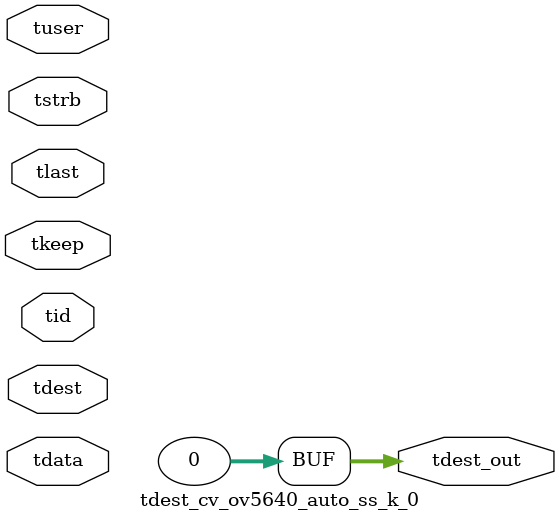
<source format=v>


`timescale 1ps/1ps

module tdest_cv_ov5640_auto_ss_k_0 #
(
parameter C_S_AXIS_TDATA_WIDTH = 32,
parameter C_S_AXIS_TUSER_WIDTH = 0,
parameter C_S_AXIS_TID_WIDTH   = 0,
parameter C_S_AXIS_TDEST_WIDTH = 0,
parameter C_M_AXIS_TDEST_WIDTH = 32
)
(
input  [(C_S_AXIS_TDATA_WIDTH == 0 ? 1 : C_S_AXIS_TDATA_WIDTH)-1:0     ] tdata,
input  [(C_S_AXIS_TUSER_WIDTH == 0 ? 1 : C_S_AXIS_TUSER_WIDTH)-1:0     ] tuser,
input  [(C_S_AXIS_TID_WIDTH   == 0 ? 1 : C_S_AXIS_TID_WIDTH)-1:0       ] tid,
input  [(C_S_AXIS_TDEST_WIDTH == 0 ? 1 : C_S_AXIS_TDEST_WIDTH)-1:0     ] tdest,
input  [(C_S_AXIS_TDATA_WIDTH/8)-1:0 ] tkeep,
input  [(C_S_AXIS_TDATA_WIDTH/8)-1:0 ] tstrb,
input                                                                    tlast,
output [C_M_AXIS_TDEST_WIDTH-1:0] tdest_out
);

assign tdest_out = {1'b0};

endmodule


</source>
